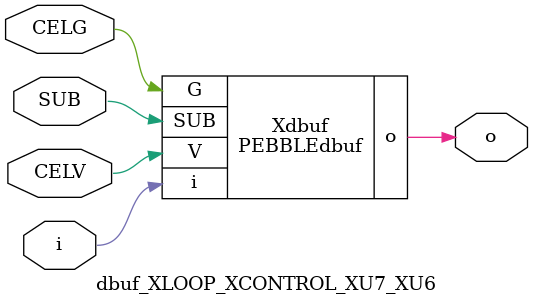
<source format=v>



module PEBBLEdbuf ( o, G, SUB, V, i );

  input V;
  input i;
  input G;
  output o;
  input SUB;
endmodule

//Celera Confidential Do Not Copy dbuf_XLOOP_XCONTROL_XU7_XU6
//Celera Confidential Symbol Generator
//Digital Buffer
module dbuf_XLOOP_XCONTROL_XU7_XU6 (CELV,CELG,i,o,SUB);
input CELV;
input CELG;
input i;
input SUB;
output o;

//Celera Confidential Do Not Copy dbuf
PEBBLEdbuf Xdbuf(
.V (CELV),
.i (i),
.o (o),
.SUB (SUB),
.G (CELG)
);
//,diesize,PEBBLEdbuf

//Celera Confidential Do Not Copy Module End
//Celera Schematic Generator
endmodule

</source>
